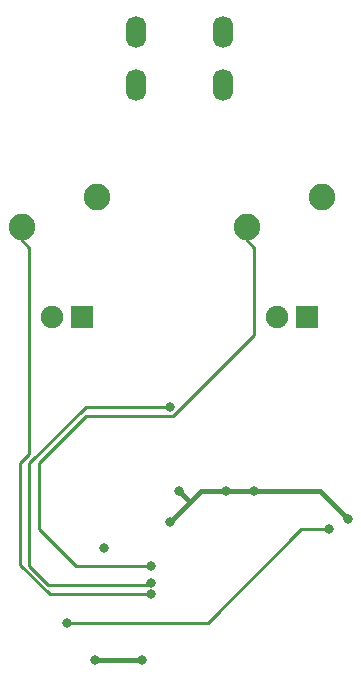
<source format=gbr>
G04 #@! TF.GenerationSoftware,KiCad,Pcbnew,(5.1.4)-1*
G04 #@! TF.CreationDate,2023-01-16T00:03:53+01:00*
G04 #@! TF.ProjectId,2ButtonKeyboardPCB,32427574-746f-46e4-9b65-79626f617264,rev?*
G04 #@! TF.SameCoordinates,Original*
G04 #@! TF.FileFunction,Copper,L1,Top*
G04 #@! TF.FilePolarity,Positive*
%FSLAX46Y46*%
G04 Gerber Fmt 4.6, Leading zero omitted, Abs format (unit mm)*
G04 Created by KiCad (PCBNEW (5.1.4)-1) date 2023-01-16 00:03:53*
%MOMM*%
%LPD*%
G04 APERTURE LIST*
%ADD10R,1.905000X1.905000*%
%ADD11C,1.905000*%
%ADD12C,2.250000*%
%ADD13O,1.700000X2.700000*%
%ADD14C,0.800000*%
%ADD15C,0.381000*%
%ADD16C,0.254000*%
G04 APERTURE END LIST*
D10*
X181451250Y-74136250D03*
D11*
X178911250Y-74136250D03*
D12*
X176371250Y-66516250D03*
X182721250Y-63976250D03*
D10*
X162401250Y-74136250D03*
D11*
X159861250Y-74136250D03*
D12*
X157321250Y-66516250D03*
X163671250Y-63976250D03*
D13*
X167006250Y-50006250D03*
X174306250Y-50006250D03*
X174306250Y-54506250D03*
X167006250Y-54506250D03*
D14*
X164306250Y-93662500D03*
X174622000Y-88900000D03*
X177006250Y-88900000D03*
X169862500Y-91531500D03*
X184943750Y-91281250D03*
X170656250Y-88900000D03*
X170656250Y-88900000D03*
X167481250Y-103187500D03*
X163512500Y-103187500D03*
X169862500Y-81756250D03*
X168275000Y-96631247D03*
X168275000Y-97631250D03*
X168275000Y-95250000D03*
X161131250Y-100012500D03*
X183356250Y-92075000D03*
D15*
X174622000Y-88900000D02*
X177006250Y-88900000D01*
X169862500Y-91531500D02*
X171575125Y-89818875D01*
X172494000Y-88900000D02*
X174622000Y-88900000D01*
X171575125Y-89818875D02*
X172494000Y-88900000D01*
X177006250Y-88900000D02*
X182562500Y-88900000D01*
X182562500Y-88900000D02*
X184943750Y-91281250D01*
X170656250Y-88900000D02*
X171575125Y-89818875D01*
X167481250Y-103187500D02*
X163512500Y-103187500D01*
D16*
X169862500Y-81756250D02*
X162718750Y-81756250D01*
X162718750Y-81756250D02*
X157956250Y-86518750D01*
X157956250Y-86518750D02*
X157956250Y-95250000D01*
X157956250Y-95250000D02*
X159543750Y-96837500D01*
X159543750Y-96837500D02*
X168275000Y-96837500D01*
X168275000Y-96837500D02*
X168275000Y-96631247D01*
X157321250Y-66516250D02*
X157321250Y-67627500D01*
X157321250Y-67627500D02*
X157956250Y-68262500D01*
X157956250Y-68262500D02*
X157956250Y-85725000D01*
X157956250Y-85725000D02*
X157162500Y-86518750D01*
X159695433Y-97631250D02*
X168275000Y-97631250D01*
X157162500Y-86518750D02*
X157162500Y-95098317D01*
X157162500Y-95098317D02*
X159695433Y-97631250D01*
X176371250Y-66516250D02*
X176371250Y-67627500D01*
X176371250Y-67627500D02*
X177006250Y-68262500D01*
X177006250Y-75688462D02*
X170144712Y-82550000D01*
X177006250Y-68262500D02*
X177006250Y-75688462D01*
X170144712Y-82550000D02*
X162718750Y-82550000D01*
X162718750Y-82550000D02*
X158750000Y-86518750D01*
X158750000Y-86518750D02*
X158750000Y-92075000D01*
X158750000Y-92075000D02*
X161925000Y-95250000D01*
X161925000Y-95250000D02*
X168275000Y-95250000D01*
X180975000Y-92075000D02*
X183356250Y-92075000D01*
X161131250Y-100012500D02*
X173037500Y-100012500D01*
X173037500Y-100012500D02*
X180975000Y-92075000D01*
M02*

</source>
